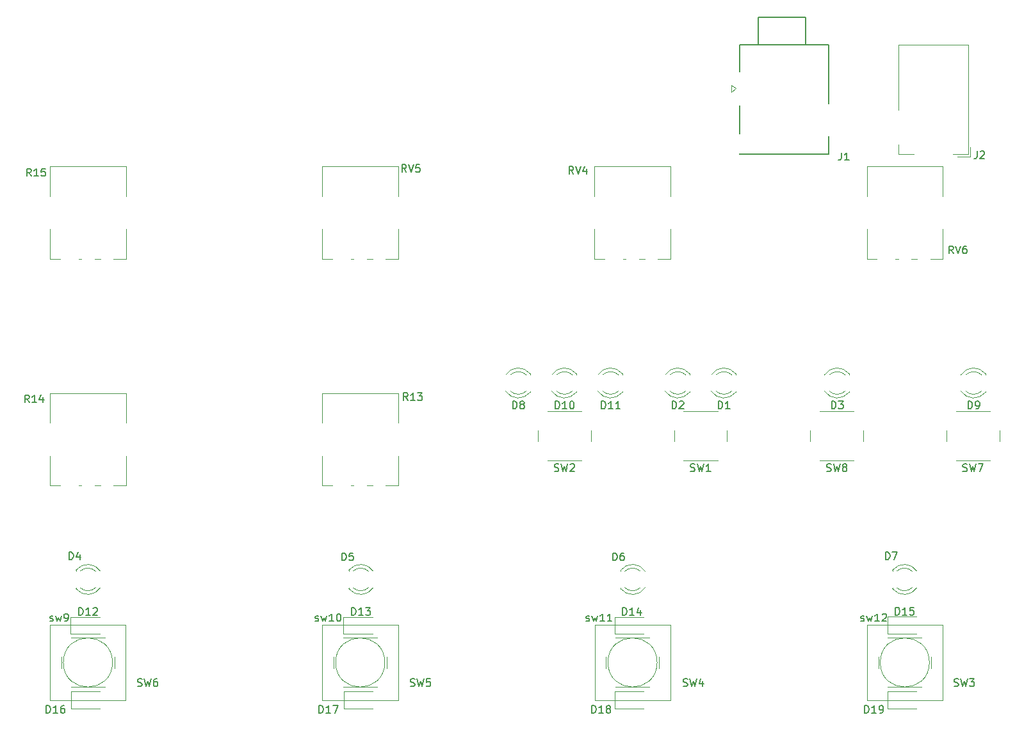
<source format=gbr>
%TF.GenerationSoftware,KiCad,Pcbnew,8.0.5*%
%TF.CreationDate,2024-11-14T08:46:23+01:00*%
%TF.ProjectId,VCO_RPIpico,56434f5f-5250-4497-9069-636f2e6b6963,0*%
%TF.SameCoordinates,Original*%
%TF.FileFunction,Legend,Top*%
%TF.FilePolarity,Positive*%
%FSLAX46Y46*%
G04 Gerber Fmt 4.6, Leading zero omitted, Abs format (unit mm)*
G04 Created by KiCad (PCBNEW 8.0.5) date 2024-11-14 08:46:23*
%MOMM*%
%LPD*%
G01*
G04 APERTURE LIST*
%ADD10C,0.150000*%
%ADD11C,0.120000*%
G04 APERTURE END LIST*
D10*
X126383905Y-110502819D02*
X126383905Y-109502819D01*
X126383905Y-109502819D02*
X126622000Y-109502819D01*
X126622000Y-109502819D02*
X126764857Y-109550438D01*
X126764857Y-109550438D02*
X126860095Y-109645676D01*
X126860095Y-109645676D02*
X126907714Y-109740914D01*
X126907714Y-109740914D02*
X126955333Y-109931390D01*
X126955333Y-109931390D02*
X126955333Y-110074247D01*
X126955333Y-110074247D02*
X126907714Y-110264723D01*
X126907714Y-110264723D02*
X126860095Y-110359961D01*
X126860095Y-110359961D02*
X126764857Y-110455200D01*
X126764857Y-110455200D02*
X126622000Y-110502819D01*
X126622000Y-110502819D02*
X126383905Y-110502819D01*
X127812476Y-109502819D02*
X127622000Y-109502819D01*
X127622000Y-109502819D02*
X127526762Y-109550438D01*
X127526762Y-109550438D02*
X127479143Y-109598057D01*
X127479143Y-109598057D02*
X127383905Y-109740914D01*
X127383905Y-109740914D02*
X127336286Y-109931390D01*
X127336286Y-109931390D02*
X127336286Y-110312342D01*
X127336286Y-110312342D02*
X127383905Y-110407580D01*
X127383905Y-110407580D02*
X127431524Y-110455200D01*
X127431524Y-110455200D02*
X127526762Y-110502819D01*
X127526762Y-110502819D02*
X127717238Y-110502819D01*
X127717238Y-110502819D02*
X127812476Y-110455200D01*
X127812476Y-110455200D02*
X127860095Y-110407580D01*
X127860095Y-110407580D02*
X127907714Y-110312342D01*
X127907714Y-110312342D02*
X127907714Y-110074247D01*
X127907714Y-110074247D02*
X127860095Y-109979009D01*
X127860095Y-109979009D02*
X127812476Y-109931390D01*
X127812476Y-109931390D02*
X127717238Y-109883771D01*
X127717238Y-109883771D02*
X127526762Y-109883771D01*
X127526762Y-109883771D02*
X127431524Y-109931390D01*
X127431524Y-109931390D02*
X127383905Y-109979009D01*
X127383905Y-109979009D02*
X127336286Y-110074247D01*
X123621714Y-130692819D02*
X123621714Y-129692819D01*
X123621714Y-129692819D02*
X123859809Y-129692819D01*
X123859809Y-129692819D02*
X124002666Y-129740438D01*
X124002666Y-129740438D02*
X124097904Y-129835676D01*
X124097904Y-129835676D02*
X124145523Y-129930914D01*
X124145523Y-129930914D02*
X124193142Y-130121390D01*
X124193142Y-130121390D02*
X124193142Y-130264247D01*
X124193142Y-130264247D02*
X124145523Y-130454723D01*
X124145523Y-130454723D02*
X124097904Y-130549961D01*
X124097904Y-130549961D02*
X124002666Y-130645200D01*
X124002666Y-130645200D02*
X123859809Y-130692819D01*
X123859809Y-130692819D02*
X123621714Y-130692819D01*
X125145523Y-130692819D02*
X124574095Y-130692819D01*
X124859809Y-130692819D02*
X124859809Y-129692819D01*
X124859809Y-129692819D02*
X124764571Y-129835676D01*
X124764571Y-129835676D02*
X124669333Y-129930914D01*
X124669333Y-129930914D02*
X124574095Y-129978533D01*
X125716952Y-130121390D02*
X125621714Y-130073771D01*
X125621714Y-130073771D02*
X125574095Y-130026152D01*
X125574095Y-130026152D02*
X125526476Y-129930914D01*
X125526476Y-129930914D02*
X125526476Y-129883295D01*
X125526476Y-129883295D02*
X125574095Y-129788057D01*
X125574095Y-129788057D02*
X125621714Y-129740438D01*
X125621714Y-129740438D02*
X125716952Y-129692819D01*
X125716952Y-129692819D02*
X125907428Y-129692819D01*
X125907428Y-129692819D02*
X126002666Y-129740438D01*
X126002666Y-129740438D02*
X126050285Y-129788057D01*
X126050285Y-129788057D02*
X126097904Y-129883295D01*
X126097904Y-129883295D02*
X126097904Y-129930914D01*
X126097904Y-129930914D02*
X126050285Y-130026152D01*
X126050285Y-130026152D02*
X126002666Y-130073771D01*
X126002666Y-130073771D02*
X125907428Y-130121390D01*
X125907428Y-130121390D02*
X125716952Y-130121390D01*
X125716952Y-130121390D02*
X125621714Y-130169009D01*
X125621714Y-130169009D02*
X125574095Y-130216628D01*
X125574095Y-130216628D02*
X125526476Y-130311866D01*
X125526476Y-130311866D02*
X125526476Y-130502342D01*
X125526476Y-130502342D02*
X125574095Y-130597580D01*
X125574095Y-130597580D02*
X125621714Y-130645200D01*
X125621714Y-130645200D02*
X125716952Y-130692819D01*
X125716952Y-130692819D02*
X125907428Y-130692819D01*
X125907428Y-130692819D02*
X126002666Y-130645200D01*
X126002666Y-130645200D02*
X126050285Y-130597580D01*
X126050285Y-130597580D02*
X126097904Y-130502342D01*
X126097904Y-130502342D02*
X126097904Y-130311866D01*
X126097904Y-130311866D02*
X126050285Y-130216628D01*
X126050285Y-130216628D02*
X126002666Y-130169009D01*
X126002666Y-130169009D02*
X125907428Y-130121390D01*
X49247142Y-89586819D02*
X48913809Y-89110628D01*
X48675714Y-89586819D02*
X48675714Y-88586819D01*
X48675714Y-88586819D02*
X49056666Y-88586819D01*
X49056666Y-88586819D02*
X49151904Y-88634438D01*
X49151904Y-88634438D02*
X49199523Y-88682057D01*
X49199523Y-88682057D02*
X49247142Y-88777295D01*
X49247142Y-88777295D02*
X49247142Y-88920152D01*
X49247142Y-88920152D02*
X49199523Y-89015390D01*
X49199523Y-89015390D02*
X49151904Y-89063009D01*
X49151904Y-89063009D02*
X49056666Y-89110628D01*
X49056666Y-89110628D02*
X48675714Y-89110628D01*
X50199523Y-89586819D02*
X49628095Y-89586819D01*
X49913809Y-89586819D02*
X49913809Y-88586819D01*
X49913809Y-88586819D02*
X49818571Y-88729676D01*
X49818571Y-88729676D02*
X49723333Y-88824914D01*
X49723333Y-88824914D02*
X49628095Y-88872533D01*
X51056666Y-88920152D02*
X51056666Y-89586819D01*
X50818571Y-88539200D02*
X50580476Y-89253485D01*
X50580476Y-89253485D02*
X51199523Y-89253485D01*
X135694667Y-127105200D02*
X135837524Y-127152819D01*
X135837524Y-127152819D02*
X136075619Y-127152819D01*
X136075619Y-127152819D02*
X136170857Y-127105200D01*
X136170857Y-127105200D02*
X136218476Y-127057580D01*
X136218476Y-127057580D02*
X136266095Y-126962342D01*
X136266095Y-126962342D02*
X136266095Y-126867104D01*
X136266095Y-126867104D02*
X136218476Y-126771866D01*
X136218476Y-126771866D02*
X136170857Y-126724247D01*
X136170857Y-126724247D02*
X136075619Y-126676628D01*
X136075619Y-126676628D02*
X135885143Y-126629009D01*
X135885143Y-126629009D02*
X135789905Y-126581390D01*
X135789905Y-126581390D02*
X135742286Y-126533771D01*
X135742286Y-126533771D02*
X135694667Y-126438533D01*
X135694667Y-126438533D02*
X135694667Y-126343295D01*
X135694667Y-126343295D02*
X135742286Y-126248057D01*
X135742286Y-126248057D02*
X135789905Y-126200438D01*
X135789905Y-126200438D02*
X135885143Y-126152819D01*
X135885143Y-126152819D02*
X136123238Y-126152819D01*
X136123238Y-126152819D02*
X136266095Y-126200438D01*
X136599429Y-126152819D02*
X136837524Y-127152819D01*
X136837524Y-127152819D02*
X137028000Y-126438533D01*
X137028000Y-126438533D02*
X137218476Y-127152819D01*
X137218476Y-127152819D02*
X137456572Y-126152819D01*
X138266095Y-126486152D02*
X138266095Y-127152819D01*
X138028000Y-126105200D02*
X137789905Y-126819485D01*
X137789905Y-126819485D02*
X138408952Y-126819485D01*
X63558667Y-127105200D02*
X63701524Y-127152819D01*
X63701524Y-127152819D02*
X63939619Y-127152819D01*
X63939619Y-127152819D02*
X64034857Y-127105200D01*
X64034857Y-127105200D02*
X64082476Y-127057580D01*
X64082476Y-127057580D02*
X64130095Y-126962342D01*
X64130095Y-126962342D02*
X64130095Y-126867104D01*
X64130095Y-126867104D02*
X64082476Y-126771866D01*
X64082476Y-126771866D02*
X64034857Y-126724247D01*
X64034857Y-126724247D02*
X63939619Y-126676628D01*
X63939619Y-126676628D02*
X63749143Y-126629009D01*
X63749143Y-126629009D02*
X63653905Y-126581390D01*
X63653905Y-126581390D02*
X63606286Y-126533771D01*
X63606286Y-126533771D02*
X63558667Y-126438533D01*
X63558667Y-126438533D02*
X63558667Y-126343295D01*
X63558667Y-126343295D02*
X63606286Y-126248057D01*
X63606286Y-126248057D02*
X63653905Y-126200438D01*
X63653905Y-126200438D02*
X63749143Y-126152819D01*
X63749143Y-126152819D02*
X63987238Y-126152819D01*
X63987238Y-126152819D02*
X64130095Y-126200438D01*
X64463429Y-126152819D02*
X64701524Y-127152819D01*
X64701524Y-127152819D02*
X64892000Y-126438533D01*
X64892000Y-126438533D02*
X65082476Y-127152819D01*
X65082476Y-127152819D02*
X65320572Y-126152819D01*
X66130095Y-126152819D02*
X65939619Y-126152819D01*
X65939619Y-126152819D02*
X65844381Y-126200438D01*
X65844381Y-126200438D02*
X65796762Y-126248057D01*
X65796762Y-126248057D02*
X65701524Y-126390914D01*
X65701524Y-126390914D02*
X65653905Y-126581390D01*
X65653905Y-126581390D02*
X65653905Y-126962342D01*
X65653905Y-126962342D02*
X65701524Y-127057580D01*
X65701524Y-127057580D02*
X65749143Y-127105200D01*
X65749143Y-127105200D02*
X65844381Y-127152819D01*
X65844381Y-127152819D02*
X66034857Y-127152819D01*
X66034857Y-127152819D02*
X66130095Y-127105200D01*
X66130095Y-127105200D02*
X66177714Y-127057580D01*
X66177714Y-127057580D02*
X66225333Y-126962342D01*
X66225333Y-126962342D02*
X66225333Y-126724247D01*
X66225333Y-126724247D02*
X66177714Y-126629009D01*
X66177714Y-126629009D02*
X66130095Y-126581390D01*
X66130095Y-126581390D02*
X66034857Y-126533771D01*
X66034857Y-126533771D02*
X65844381Y-126533771D01*
X65844381Y-126533771D02*
X65749143Y-126581390D01*
X65749143Y-126581390D02*
X65701524Y-126629009D01*
X65701524Y-126629009D02*
X65653905Y-126724247D01*
X87553714Y-130692819D02*
X87553714Y-129692819D01*
X87553714Y-129692819D02*
X87791809Y-129692819D01*
X87791809Y-129692819D02*
X87934666Y-129740438D01*
X87934666Y-129740438D02*
X88029904Y-129835676D01*
X88029904Y-129835676D02*
X88077523Y-129930914D01*
X88077523Y-129930914D02*
X88125142Y-130121390D01*
X88125142Y-130121390D02*
X88125142Y-130264247D01*
X88125142Y-130264247D02*
X88077523Y-130454723D01*
X88077523Y-130454723D02*
X88029904Y-130549961D01*
X88029904Y-130549961D02*
X87934666Y-130645200D01*
X87934666Y-130645200D02*
X87791809Y-130692819D01*
X87791809Y-130692819D02*
X87553714Y-130692819D01*
X89077523Y-130692819D02*
X88506095Y-130692819D01*
X88791809Y-130692819D02*
X88791809Y-129692819D01*
X88791809Y-129692819D02*
X88696571Y-129835676D01*
X88696571Y-129835676D02*
X88601333Y-129930914D01*
X88601333Y-129930914D02*
X88506095Y-129978533D01*
X89410857Y-129692819D02*
X90077523Y-129692819D01*
X90077523Y-129692819D02*
X89648952Y-130692819D01*
X118784714Y-90414819D02*
X118784714Y-89414819D01*
X118784714Y-89414819D02*
X119022809Y-89414819D01*
X119022809Y-89414819D02*
X119165666Y-89462438D01*
X119165666Y-89462438D02*
X119260904Y-89557676D01*
X119260904Y-89557676D02*
X119308523Y-89652914D01*
X119308523Y-89652914D02*
X119356142Y-89843390D01*
X119356142Y-89843390D02*
X119356142Y-89986247D01*
X119356142Y-89986247D02*
X119308523Y-90176723D01*
X119308523Y-90176723D02*
X119260904Y-90271961D01*
X119260904Y-90271961D02*
X119165666Y-90367200D01*
X119165666Y-90367200D02*
X119022809Y-90414819D01*
X119022809Y-90414819D02*
X118784714Y-90414819D01*
X120308523Y-90414819D02*
X119737095Y-90414819D01*
X120022809Y-90414819D02*
X120022809Y-89414819D01*
X120022809Y-89414819D02*
X119927571Y-89557676D01*
X119927571Y-89557676D02*
X119832333Y-89652914D01*
X119832333Y-89652914D02*
X119737095Y-89700533D01*
X120927571Y-89414819D02*
X121022809Y-89414819D01*
X121022809Y-89414819D02*
X121118047Y-89462438D01*
X121118047Y-89462438D02*
X121165666Y-89510057D01*
X121165666Y-89510057D02*
X121213285Y-89605295D01*
X121213285Y-89605295D02*
X121260904Y-89795771D01*
X121260904Y-89795771D02*
X121260904Y-90033866D01*
X121260904Y-90033866D02*
X121213285Y-90224342D01*
X121213285Y-90224342D02*
X121165666Y-90319580D01*
X121165666Y-90319580D02*
X121118047Y-90367200D01*
X121118047Y-90367200D02*
X121022809Y-90414819D01*
X121022809Y-90414819D02*
X120927571Y-90414819D01*
X120927571Y-90414819D02*
X120832333Y-90367200D01*
X120832333Y-90367200D02*
X120784714Y-90319580D01*
X120784714Y-90319580D02*
X120737095Y-90224342D01*
X120737095Y-90224342D02*
X120689476Y-90033866D01*
X120689476Y-90033866D02*
X120689476Y-89795771D01*
X120689476Y-89795771D02*
X120737095Y-89605295D01*
X120737095Y-89605295D02*
X120784714Y-89510057D01*
X120784714Y-89510057D02*
X120832333Y-89462438D01*
X120832333Y-89462438D02*
X120927571Y-89414819D01*
X127685714Y-117738819D02*
X127685714Y-116738819D01*
X127685714Y-116738819D02*
X127923809Y-116738819D01*
X127923809Y-116738819D02*
X128066666Y-116786438D01*
X128066666Y-116786438D02*
X128161904Y-116881676D01*
X128161904Y-116881676D02*
X128209523Y-116976914D01*
X128209523Y-116976914D02*
X128257142Y-117167390D01*
X128257142Y-117167390D02*
X128257142Y-117310247D01*
X128257142Y-117310247D02*
X128209523Y-117500723D01*
X128209523Y-117500723D02*
X128161904Y-117595961D01*
X128161904Y-117595961D02*
X128066666Y-117691200D01*
X128066666Y-117691200D02*
X127923809Y-117738819D01*
X127923809Y-117738819D02*
X127685714Y-117738819D01*
X129209523Y-117738819D02*
X128638095Y-117738819D01*
X128923809Y-117738819D02*
X128923809Y-116738819D01*
X128923809Y-116738819D02*
X128828571Y-116881676D01*
X128828571Y-116881676D02*
X128733333Y-116976914D01*
X128733333Y-116976914D02*
X128638095Y-117024533D01*
X130066666Y-117072152D02*
X130066666Y-117738819D01*
X129828571Y-116691200D02*
X129590476Y-117405485D01*
X129590476Y-117405485D02*
X130209523Y-117405485D01*
X162451905Y-110388819D02*
X162451905Y-109388819D01*
X162451905Y-109388819D02*
X162690000Y-109388819D01*
X162690000Y-109388819D02*
X162832857Y-109436438D01*
X162832857Y-109436438D02*
X162928095Y-109531676D01*
X162928095Y-109531676D02*
X162975714Y-109626914D01*
X162975714Y-109626914D02*
X163023333Y-109817390D01*
X163023333Y-109817390D02*
X163023333Y-109960247D01*
X163023333Y-109960247D02*
X162975714Y-110150723D01*
X162975714Y-110150723D02*
X162928095Y-110245961D01*
X162928095Y-110245961D02*
X162832857Y-110341200D01*
X162832857Y-110341200D02*
X162690000Y-110388819D01*
X162690000Y-110388819D02*
X162451905Y-110388819D01*
X163356667Y-109388819D02*
X164023333Y-109388819D01*
X164023333Y-109388819D02*
X163594762Y-110388819D01*
X140342905Y-90414819D02*
X140342905Y-89414819D01*
X140342905Y-89414819D02*
X140581000Y-89414819D01*
X140581000Y-89414819D02*
X140723857Y-89462438D01*
X140723857Y-89462438D02*
X140819095Y-89557676D01*
X140819095Y-89557676D02*
X140866714Y-89652914D01*
X140866714Y-89652914D02*
X140914333Y-89843390D01*
X140914333Y-89843390D02*
X140914333Y-89986247D01*
X140914333Y-89986247D02*
X140866714Y-90176723D01*
X140866714Y-90176723D02*
X140819095Y-90271961D01*
X140819095Y-90271961D02*
X140723857Y-90367200D01*
X140723857Y-90367200D02*
X140581000Y-90414819D01*
X140581000Y-90414819D02*
X140342905Y-90414819D01*
X141866714Y-90414819D02*
X141295286Y-90414819D01*
X141581000Y-90414819D02*
X141581000Y-89414819D01*
X141581000Y-89414819D02*
X141485762Y-89557676D01*
X141485762Y-89557676D02*
X141390524Y-89652914D01*
X141390524Y-89652914D02*
X141295286Y-89700533D01*
X91855714Y-117738819D02*
X91855714Y-116738819D01*
X91855714Y-116738819D02*
X92093809Y-116738819D01*
X92093809Y-116738819D02*
X92236666Y-116786438D01*
X92236666Y-116786438D02*
X92331904Y-116881676D01*
X92331904Y-116881676D02*
X92379523Y-116976914D01*
X92379523Y-116976914D02*
X92427142Y-117167390D01*
X92427142Y-117167390D02*
X92427142Y-117310247D01*
X92427142Y-117310247D02*
X92379523Y-117500723D01*
X92379523Y-117500723D02*
X92331904Y-117595961D01*
X92331904Y-117595961D02*
X92236666Y-117691200D01*
X92236666Y-117691200D02*
X92093809Y-117738819D01*
X92093809Y-117738819D02*
X91855714Y-117738819D01*
X93379523Y-117738819D02*
X92808095Y-117738819D01*
X93093809Y-117738819D02*
X93093809Y-116738819D01*
X93093809Y-116738819D02*
X92998571Y-116881676D01*
X92998571Y-116881676D02*
X92903333Y-116976914D01*
X92903333Y-116976914D02*
X92808095Y-117024533D01*
X93712857Y-116738819D02*
X94331904Y-116738819D01*
X94331904Y-116738819D02*
X93998571Y-117119771D01*
X93998571Y-117119771D02*
X94141428Y-117119771D01*
X94141428Y-117119771D02*
X94236666Y-117167390D01*
X94236666Y-117167390D02*
X94284285Y-117215009D01*
X94284285Y-117215009D02*
X94331904Y-117310247D01*
X94331904Y-117310247D02*
X94331904Y-117548342D01*
X94331904Y-117548342D02*
X94284285Y-117643580D01*
X94284285Y-117643580D02*
X94236666Y-117691200D01*
X94236666Y-117691200D02*
X94141428Y-117738819D01*
X94141428Y-117738819D02*
X93855714Y-117738819D01*
X93855714Y-117738819D02*
X93760476Y-117691200D01*
X93760476Y-117691200D02*
X93712857Y-117643580D01*
X51977714Y-118495200D02*
X52072952Y-118542819D01*
X52072952Y-118542819D02*
X52263428Y-118542819D01*
X52263428Y-118542819D02*
X52358666Y-118495200D01*
X52358666Y-118495200D02*
X52406285Y-118399961D01*
X52406285Y-118399961D02*
X52406285Y-118352342D01*
X52406285Y-118352342D02*
X52358666Y-118257104D01*
X52358666Y-118257104D02*
X52263428Y-118209485D01*
X52263428Y-118209485D02*
X52120571Y-118209485D01*
X52120571Y-118209485D02*
X52025333Y-118161866D01*
X52025333Y-118161866D02*
X51977714Y-118066628D01*
X51977714Y-118066628D02*
X51977714Y-118019009D01*
X51977714Y-118019009D02*
X52025333Y-117923771D01*
X52025333Y-117923771D02*
X52120571Y-117876152D01*
X52120571Y-117876152D02*
X52263428Y-117876152D01*
X52263428Y-117876152D02*
X52358666Y-117923771D01*
X52739619Y-117876152D02*
X52930095Y-118542819D01*
X52930095Y-118542819D02*
X53120571Y-118066628D01*
X53120571Y-118066628D02*
X53311047Y-118542819D01*
X53311047Y-118542819D02*
X53501523Y-117876152D01*
X53930095Y-118542819D02*
X54120571Y-118542819D01*
X54120571Y-118542819D02*
X54215809Y-118495200D01*
X54215809Y-118495200D02*
X54263428Y-118447580D01*
X54263428Y-118447580D02*
X54358666Y-118304723D01*
X54358666Y-118304723D02*
X54406285Y-118114247D01*
X54406285Y-118114247D02*
X54406285Y-117733295D01*
X54406285Y-117733295D02*
X54358666Y-117638057D01*
X54358666Y-117638057D02*
X54311047Y-117590438D01*
X54311047Y-117590438D02*
X54215809Y-117542819D01*
X54215809Y-117542819D02*
X54025333Y-117542819D01*
X54025333Y-117542819D02*
X53930095Y-117590438D01*
X53930095Y-117590438D02*
X53882476Y-117638057D01*
X53882476Y-117638057D02*
X53834857Y-117733295D01*
X53834857Y-117733295D02*
X53834857Y-117971390D01*
X53834857Y-117971390D02*
X53882476Y-118066628D01*
X53882476Y-118066628D02*
X53930095Y-118114247D01*
X53930095Y-118114247D02*
X54025333Y-118161866D01*
X54025333Y-118161866D02*
X54215809Y-118161866D01*
X54215809Y-118161866D02*
X54311047Y-118114247D01*
X54311047Y-118114247D02*
X54358666Y-118066628D01*
X54358666Y-118066628D02*
X54406285Y-117971390D01*
X124880714Y-90414819D02*
X124880714Y-89414819D01*
X124880714Y-89414819D02*
X125118809Y-89414819D01*
X125118809Y-89414819D02*
X125261666Y-89462438D01*
X125261666Y-89462438D02*
X125356904Y-89557676D01*
X125356904Y-89557676D02*
X125404523Y-89652914D01*
X125404523Y-89652914D02*
X125452142Y-89843390D01*
X125452142Y-89843390D02*
X125452142Y-89986247D01*
X125452142Y-89986247D02*
X125404523Y-90176723D01*
X125404523Y-90176723D02*
X125356904Y-90271961D01*
X125356904Y-90271961D02*
X125261666Y-90367200D01*
X125261666Y-90367200D02*
X125118809Y-90414819D01*
X125118809Y-90414819D02*
X124880714Y-90414819D01*
X126404523Y-90414819D02*
X125833095Y-90414819D01*
X126118809Y-90414819D02*
X126118809Y-89414819D01*
X126118809Y-89414819D02*
X126023571Y-89557676D01*
X126023571Y-89557676D02*
X125928333Y-89652914D01*
X125928333Y-89652914D02*
X125833095Y-89700533D01*
X127356904Y-90414819D02*
X126785476Y-90414819D01*
X127071190Y-90414819D02*
X127071190Y-89414819D01*
X127071190Y-89414819D02*
X126975952Y-89557676D01*
X126975952Y-89557676D02*
X126880714Y-89652914D01*
X126880714Y-89652914D02*
X126785476Y-89700533D01*
X99094761Y-59080819D02*
X98761428Y-58604628D01*
X98523333Y-59080819D02*
X98523333Y-58080819D01*
X98523333Y-58080819D02*
X98904285Y-58080819D01*
X98904285Y-58080819D02*
X98999523Y-58128438D01*
X98999523Y-58128438D02*
X99047142Y-58176057D01*
X99047142Y-58176057D02*
X99094761Y-58271295D01*
X99094761Y-58271295D02*
X99094761Y-58414152D01*
X99094761Y-58414152D02*
X99047142Y-58509390D01*
X99047142Y-58509390D02*
X98999523Y-58557009D01*
X98999523Y-58557009D02*
X98904285Y-58604628D01*
X98904285Y-58604628D02*
X98523333Y-58604628D01*
X99380476Y-58080819D02*
X99713809Y-59080819D01*
X99713809Y-59080819D02*
X100047142Y-58080819D01*
X100856666Y-58080819D02*
X100380476Y-58080819D01*
X100380476Y-58080819D02*
X100332857Y-58557009D01*
X100332857Y-58557009D02*
X100380476Y-58509390D01*
X100380476Y-58509390D02*
X100475714Y-58461771D01*
X100475714Y-58461771D02*
X100713809Y-58461771D01*
X100713809Y-58461771D02*
X100809047Y-58509390D01*
X100809047Y-58509390D02*
X100856666Y-58557009D01*
X100856666Y-58557009D02*
X100904285Y-58652247D01*
X100904285Y-58652247D02*
X100904285Y-58890342D01*
X100904285Y-58890342D02*
X100856666Y-58985580D01*
X100856666Y-58985580D02*
X100809047Y-59033200D01*
X100809047Y-59033200D02*
X100713809Y-59080819D01*
X100713809Y-59080819D02*
X100475714Y-59080819D01*
X100475714Y-59080819D02*
X100380476Y-59033200D01*
X100380476Y-59033200D02*
X100332857Y-58985580D01*
X87061524Y-118495200D02*
X87156762Y-118542819D01*
X87156762Y-118542819D02*
X87347238Y-118542819D01*
X87347238Y-118542819D02*
X87442476Y-118495200D01*
X87442476Y-118495200D02*
X87490095Y-118399961D01*
X87490095Y-118399961D02*
X87490095Y-118352342D01*
X87490095Y-118352342D02*
X87442476Y-118257104D01*
X87442476Y-118257104D02*
X87347238Y-118209485D01*
X87347238Y-118209485D02*
X87204381Y-118209485D01*
X87204381Y-118209485D02*
X87109143Y-118161866D01*
X87109143Y-118161866D02*
X87061524Y-118066628D01*
X87061524Y-118066628D02*
X87061524Y-118019009D01*
X87061524Y-118019009D02*
X87109143Y-117923771D01*
X87109143Y-117923771D02*
X87204381Y-117876152D01*
X87204381Y-117876152D02*
X87347238Y-117876152D01*
X87347238Y-117876152D02*
X87442476Y-117923771D01*
X87823429Y-117876152D02*
X88013905Y-118542819D01*
X88013905Y-118542819D02*
X88204381Y-118066628D01*
X88204381Y-118066628D02*
X88394857Y-118542819D01*
X88394857Y-118542819D02*
X88585333Y-117876152D01*
X89490095Y-118542819D02*
X88918667Y-118542819D01*
X89204381Y-118542819D02*
X89204381Y-117542819D01*
X89204381Y-117542819D02*
X89109143Y-117685676D01*
X89109143Y-117685676D02*
X89013905Y-117780914D01*
X89013905Y-117780914D02*
X88918667Y-117828533D01*
X90109143Y-117542819D02*
X90204381Y-117542819D01*
X90204381Y-117542819D02*
X90299619Y-117590438D01*
X90299619Y-117590438D02*
X90347238Y-117638057D01*
X90347238Y-117638057D02*
X90394857Y-117733295D01*
X90394857Y-117733295D02*
X90442476Y-117923771D01*
X90442476Y-117923771D02*
X90442476Y-118161866D01*
X90442476Y-118161866D02*
X90394857Y-118352342D01*
X90394857Y-118352342D02*
X90347238Y-118447580D01*
X90347238Y-118447580D02*
X90299619Y-118495200D01*
X90299619Y-118495200D02*
X90204381Y-118542819D01*
X90204381Y-118542819D02*
X90109143Y-118542819D01*
X90109143Y-118542819D02*
X90013905Y-118495200D01*
X90013905Y-118495200D02*
X89966286Y-118447580D01*
X89966286Y-118447580D02*
X89918667Y-118352342D01*
X89918667Y-118352342D02*
X89871048Y-118161866D01*
X89871048Y-118161866D02*
X89871048Y-117923771D01*
X89871048Y-117923771D02*
X89918667Y-117733295D01*
X89918667Y-117733295D02*
X89966286Y-117638057D01*
X89966286Y-117638057D02*
X90013905Y-117590438D01*
X90013905Y-117590438D02*
X90109143Y-117542819D01*
X159197524Y-118495200D02*
X159292762Y-118542819D01*
X159292762Y-118542819D02*
X159483238Y-118542819D01*
X159483238Y-118542819D02*
X159578476Y-118495200D01*
X159578476Y-118495200D02*
X159626095Y-118399961D01*
X159626095Y-118399961D02*
X159626095Y-118352342D01*
X159626095Y-118352342D02*
X159578476Y-118257104D01*
X159578476Y-118257104D02*
X159483238Y-118209485D01*
X159483238Y-118209485D02*
X159340381Y-118209485D01*
X159340381Y-118209485D02*
X159245143Y-118161866D01*
X159245143Y-118161866D02*
X159197524Y-118066628D01*
X159197524Y-118066628D02*
X159197524Y-118019009D01*
X159197524Y-118019009D02*
X159245143Y-117923771D01*
X159245143Y-117923771D02*
X159340381Y-117876152D01*
X159340381Y-117876152D02*
X159483238Y-117876152D01*
X159483238Y-117876152D02*
X159578476Y-117923771D01*
X159959429Y-117876152D02*
X160149905Y-118542819D01*
X160149905Y-118542819D02*
X160340381Y-118066628D01*
X160340381Y-118066628D02*
X160530857Y-118542819D01*
X160530857Y-118542819D02*
X160721333Y-117876152D01*
X161626095Y-118542819D02*
X161054667Y-118542819D01*
X161340381Y-118542819D02*
X161340381Y-117542819D01*
X161340381Y-117542819D02*
X161245143Y-117685676D01*
X161245143Y-117685676D02*
X161149905Y-117780914D01*
X161149905Y-117780914D02*
X161054667Y-117828533D01*
X162007048Y-117638057D02*
X162054667Y-117590438D01*
X162054667Y-117590438D02*
X162149905Y-117542819D01*
X162149905Y-117542819D02*
X162388000Y-117542819D01*
X162388000Y-117542819D02*
X162483238Y-117590438D01*
X162483238Y-117590438D02*
X162530857Y-117638057D01*
X162530857Y-117638057D02*
X162578476Y-117733295D01*
X162578476Y-117733295D02*
X162578476Y-117828533D01*
X162578476Y-117828533D02*
X162530857Y-117971390D01*
X162530857Y-117971390D02*
X161959429Y-118542819D01*
X161959429Y-118542819D02*
X162578476Y-118542819D01*
X121192761Y-59334819D02*
X120859428Y-58858628D01*
X120621333Y-59334819D02*
X120621333Y-58334819D01*
X120621333Y-58334819D02*
X121002285Y-58334819D01*
X121002285Y-58334819D02*
X121097523Y-58382438D01*
X121097523Y-58382438D02*
X121145142Y-58430057D01*
X121145142Y-58430057D02*
X121192761Y-58525295D01*
X121192761Y-58525295D02*
X121192761Y-58668152D01*
X121192761Y-58668152D02*
X121145142Y-58763390D01*
X121145142Y-58763390D02*
X121097523Y-58811009D01*
X121097523Y-58811009D02*
X121002285Y-58858628D01*
X121002285Y-58858628D02*
X120621333Y-58858628D01*
X121478476Y-58334819D02*
X121811809Y-59334819D01*
X121811809Y-59334819D02*
X122145142Y-58334819D01*
X122907047Y-58668152D02*
X122907047Y-59334819D01*
X122668952Y-58287200D02*
X122430857Y-59001485D01*
X122430857Y-59001485D02*
X123049904Y-59001485D01*
X122875524Y-118495200D02*
X122970762Y-118542819D01*
X122970762Y-118542819D02*
X123161238Y-118542819D01*
X123161238Y-118542819D02*
X123256476Y-118495200D01*
X123256476Y-118495200D02*
X123304095Y-118399961D01*
X123304095Y-118399961D02*
X123304095Y-118352342D01*
X123304095Y-118352342D02*
X123256476Y-118257104D01*
X123256476Y-118257104D02*
X123161238Y-118209485D01*
X123161238Y-118209485D02*
X123018381Y-118209485D01*
X123018381Y-118209485D02*
X122923143Y-118161866D01*
X122923143Y-118161866D02*
X122875524Y-118066628D01*
X122875524Y-118066628D02*
X122875524Y-118019009D01*
X122875524Y-118019009D02*
X122923143Y-117923771D01*
X122923143Y-117923771D02*
X123018381Y-117876152D01*
X123018381Y-117876152D02*
X123161238Y-117876152D01*
X123161238Y-117876152D02*
X123256476Y-117923771D01*
X123637429Y-117876152D02*
X123827905Y-118542819D01*
X123827905Y-118542819D02*
X124018381Y-118066628D01*
X124018381Y-118066628D02*
X124208857Y-118542819D01*
X124208857Y-118542819D02*
X124399333Y-117876152D01*
X125304095Y-118542819D02*
X124732667Y-118542819D01*
X125018381Y-118542819D02*
X125018381Y-117542819D01*
X125018381Y-117542819D02*
X124923143Y-117685676D01*
X124923143Y-117685676D02*
X124827905Y-117780914D01*
X124827905Y-117780914D02*
X124732667Y-117828533D01*
X126256476Y-118542819D02*
X125685048Y-118542819D01*
X125970762Y-118542819D02*
X125970762Y-117542819D01*
X125970762Y-117542819D02*
X125875524Y-117685676D01*
X125875524Y-117685676D02*
X125780286Y-117780914D01*
X125780286Y-117780914D02*
X125685048Y-117828533D01*
X156616166Y-56500819D02*
X156616166Y-57215104D01*
X156616166Y-57215104D02*
X156568547Y-57357961D01*
X156568547Y-57357961D02*
X156473309Y-57453200D01*
X156473309Y-57453200D02*
X156330452Y-57500819D01*
X156330452Y-57500819D02*
X156235214Y-57500819D01*
X157616166Y-57500819D02*
X157044738Y-57500819D01*
X157330452Y-57500819D02*
X157330452Y-56500819D01*
X157330452Y-56500819D02*
X157235214Y-56643676D01*
X157235214Y-56643676D02*
X157139976Y-56738914D01*
X157139976Y-56738914D02*
X157044738Y-56786533D01*
X113164905Y-90414819D02*
X113164905Y-89414819D01*
X113164905Y-89414819D02*
X113403000Y-89414819D01*
X113403000Y-89414819D02*
X113545857Y-89462438D01*
X113545857Y-89462438D02*
X113641095Y-89557676D01*
X113641095Y-89557676D02*
X113688714Y-89652914D01*
X113688714Y-89652914D02*
X113736333Y-89843390D01*
X113736333Y-89843390D02*
X113736333Y-89986247D01*
X113736333Y-89986247D02*
X113688714Y-90176723D01*
X113688714Y-90176723D02*
X113641095Y-90271961D01*
X113641095Y-90271961D02*
X113545857Y-90367200D01*
X113545857Y-90367200D02*
X113403000Y-90414819D01*
X113403000Y-90414819D02*
X113164905Y-90414819D01*
X114307762Y-89843390D02*
X114212524Y-89795771D01*
X114212524Y-89795771D02*
X114164905Y-89748152D01*
X114164905Y-89748152D02*
X114117286Y-89652914D01*
X114117286Y-89652914D02*
X114117286Y-89605295D01*
X114117286Y-89605295D02*
X114164905Y-89510057D01*
X114164905Y-89510057D02*
X114212524Y-89462438D01*
X114212524Y-89462438D02*
X114307762Y-89414819D01*
X114307762Y-89414819D02*
X114498238Y-89414819D01*
X114498238Y-89414819D02*
X114593476Y-89462438D01*
X114593476Y-89462438D02*
X114641095Y-89510057D01*
X114641095Y-89510057D02*
X114688714Y-89605295D01*
X114688714Y-89605295D02*
X114688714Y-89652914D01*
X114688714Y-89652914D02*
X114641095Y-89748152D01*
X114641095Y-89748152D02*
X114593476Y-89795771D01*
X114593476Y-89795771D02*
X114498238Y-89843390D01*
X114498238Y-89843390D02*
X114307762Y-89843390D01*
X114307762Y-89843390D02*
X114212524Y-89891009D01*
X114212524Y-89891009D02*
X114164905Y-89938628D01*
X114164905Y-89938628D02*
X114117286Y-90033866D01*
X114117286Y-90033866D02*
X114117286Y-90224342D01*
X114117286Y-90224342D02*
X114164905Y-90319580D01*
X114164905Y-90319580D02*
X114212524Y-90367200D01*
X114212524Y-90367200D02*
X114307762Y-90414819D01*
X114307762Y-90414819D02*
X114498238Y-90414819D01*
X114498238Y-90414819D02*
X114593476Y-90367200D01*
X114593476Y-90367200D02*
X114641095Y-90319580D01*
X114641095Y-90319580D02*
X114688714Y-90224342D01*
X114688714Y-90224342D02*
X114688714Y-90033866D01*
X114688714Y-90033866D02*
X114641095Y-89938628D01*
X114641095Y-89938628D02*
X114593476Y-89891009D01*
X114593476Y-89891009D02*
X114498238Y-89843390D01*
X99301142Y-89306819D02*
X98967809Y-88830628D01*
X98729714Y-89306819D02*
X98729714Y-88306819D01*
X98729714Y-88306819D02*
X99110666Y-88306819D01*
X99110666Y-88306819D02*
X99205904Y-88354438D01*
X99205904Y-88354438D02*
X99253523Y-88402057D01*
X99253523Y-88402057D02*
X99301142Y-88497295D01*
X99301142Y-88497295D02*
X99301142Y-88640152D01*
X99301142Y-88640152D02*
X99253523Y-88735390D01*
X99253523Y-88735390D02*
X99205904Y-88783009D01*
X99205904Y-88783009D02*
X99110666Y-88830628D01*
X99110666Y-88830628D02*
X98729714Y-88830628D01*
X100253523Y-89306819D02*
X99682095Y-89306819D01*
X99967809Y-89306819D02*
X99967809Y-88306819D01*
X99967809Y-88306819D02*
X99872571Y-88449676D01*
X99872571Y-88449676D02*
X99777333Y-88544914D01*
X99777333Y-88544914D02*
X99682095Y-88592533D01*
X100586857Y-88306819D02*
X101205904Y-88306819D01*
X101205904Y-88306819D02*
X100872571Y-88687771D01*
X100872571Y-88687771D02*
X101015428Y-88687771D01*
X101015428Y-88687771D02*
X101110666Y-88735390D01*
X101110666Y-88735390D02*
X101158285Y-88783009D01*
X101158285Y-88783009D02*
X101205904Y-88878247D01*
X101205904Y-88878247D02*
X101205904Y-89116342D01*
X101205904Y-89116342D02*
X101158285Y-89211580D01*
X101158285Y-89211580D02*
X101110666Y-89259200D01*
X101110666Y-89259200D02*
X101015428Y-89306819D01*
X101015428Y-89306819D02*
X100729714Y-89306819D01*
X100729714Y-89306819D02*
X100634476Y-89259200D01*
X100634476Y-89259200D02*
X100586857Y-89211580D01*
X173357905Y-90414819D02*
X173357905Y-89414819D01*
X173357905Y-89414819D02*
X173596000Y-89414819D01*
X173596000Y-89414819D02*
X173738857Y-89462438D01*
X173738857Y-89462438D02*
X173834095Y-89557676D01*
X173834095Y-89557676D02*
X173881714Y-89652914D01*
X173881714Y-89652914D02*
X173929333Y-89843390D01*
X173929333Y-89843390D02*
X173929333Y-89986247D01*
X173929333Y-89986247D02*
X173881714Y-90176723D01*
X173881714Y-90176723D02*
X173834095Y-90271961D01*
X173834095Y-90271961D02*
X173738857Y-90367200D01*
X173738857Y-90367200D02*
X173596000Y-90414819D01*
X173596000Y-90414819D02*
X173357905Y-90414819D01*
X174405524Y-90414819D02*
X174596000Y-90414819D01*
X174596000Y-90414819D02*
X174691238Y-90367200D01*
X174691238Y-90367200D02*
X174738857Y-90319580D01*
X174738857Y-90319580D02*
X174834095Y-90176723D01*
X174834095Y-90176723D02*
X174881714Y-89986247D01*
X174881714Y-89986247D02*
X174881714Y-89605295D01*
X174881714Y-89605295D02*
X174834095Y-89510057D01*
X174834095Y-89510057D02*
X174786476Y-89462438D01*
X174786476Y-89462438D02*
X174691238Y-89414819D01*
X174691238Y-89414819D02*
X174500762Y-89414819D01*
X174500762Y-89414819D02*
X174405524Y-89462438D01*
X174405524Y-89462438D02*
X174357905Y-89510057D01*
X174357905Y-89510057D02*
X174310286Y-89605295D01*
X174310286Y-89605295D02*
X174310286Y-89843390D01*
X174310286Y-89843390D02*
X174357905Y-89938628D01*
X174357905Y-89938628D02*
X174405524Y-89986247D01*
X174405524Y-89986247D02*
X174500762Y-90033866D01*
X174500762Y-90033866D02*
X174691238Y-90033866D01*
X174691238Y-90033866D02*
X174786476Y-89986247D01*
X174786476Y-89986247D02*
X174834095Y-89938628D01*
X174834095Y-89938628D02*
X174881714Y-89843390D01*
X49501142Y-59614819D02*
X49167809Y-59138628D01*
X48929714Y-59614819D02*
X48929714Y-58614819D01*
X48929714Y-58614819D02*
X49310666Y-58614819D01*
X49310666Y-58614819D02*
X49405904Y-58662438D01*
X49405904Y-58662438D02*
X49453523Y-58710057D01*
X49453523Y-58710057D02*
X49501142Y-58805295D01*
X49501142Y-58805295D02*
X49501142Y-58948152D01*
X49501142Y-58948152D02*
X49453523Y-59043390D01*
X49453523Y-59043390D02*
X49405904Y-59091009D01*
X49405904Y-59091009D02*
X49310666Y-59138628D01*
X49310666Y-59138628D02*
X48929714Y-59138628D01*
X50453523Y-59614819D02*
X49882095Y-59614819D01*
X50167809Y-59614819D02*
X50167809Y-58614819D01*
X50167809Y-58614819D02*
X50072571Y-58757676D01*
X50072571Y-58757676D02*
X49977333Y-58852914D01*
X49977333Y-58852914D02*
X49882095Y-58900533D01*
X51358285Y-58614819D02*
X50882095Y-58614819D01*
X50882095Y-58614819D02*
X50834476Y-59091009D01*
X50834476Y-59091009D02*
X50882095Y-59043390D01*
X50882095Y-59043390D02*
X50977333Y-58995771D01*
X50977333Y-58995771D02*
X51215428Y-58995771D01*
X51215428Y-58995771D02*
X51310666Y-59043390D01*
X51310666Y-59043390D02*
X51358285Y-59091009D01*
X51358285Y-59091009D02*
X51405904Y-59186247D01*
X51405904Y-59186247D02*
X51405904Y-59424342D01*
X51405904Y-59424342D02*
X51358285Y-59519580D01*
X51358285Y-59519580D02*
X51310666Y-59567200D01*
X51310666Y-59567200D02*
X51215428Y-59614819D01*
X51215428Y-59614819D02*
X50977333Y-59614819D01*
X50977333Y-59614819D02*
X50882095Y-59567200D01*
X50882095Y-59567200D02*
X50834476Y-59519580D01*
X172666667Y-98657200D02*
X172809524Y-98704819D01*
X172809524Y-98704819D02*
X173047619Y-98704819D01*
X173047619Y-98704819D02*
X173142857Y-98657200D01*
X173142857Y-98657200D02*
X173190476Y-98609580D01*
X173190476Y-98609580D02*
X173238095Y-98514342D01*
X173238095Y-98514342D02*
X173238095Y-98419104D01*
X173238095Y-98419104D02*
X173190476Y-98323866D01*
X173190476Y-98323866D02*
X173142857Y-98276247D01*
X173142857Y-98276247D02*
X173047619Y-98228628D01*
X173047619Y-98228628D02*
X172857143Y-98181009D01*
X172857143Y-98181009D02*
X172761905Y-98133390D01*
X172761905Y-98133390D02*
X172714286Y-98085771D01*
X172714286Y-98085771D02*
X172666667Y-97990533D01*
X172666667Y-97990533D02*
X172666667Y-97895295D01*
X172666667Y-97895295D02*
X172714286Y-97800057D01*
X172714286Y-97800057D02*
X172761905Y-97752438D01*
X172761905Y-97752438D02*
X172857143Y-97704819D01*
X172857143Y-97704819D02*
X173095238Y-97704819D01*
X173095238Y-97704819D02*
X173238095Y-97752438D01*
X173571429Y-97704819D02*
X173809524Y-98704819D01*
X173809524Y-98704819D02*
X174000000Y-97990533D01*
X174000000Y-97990533D02*
X174190476Y-98704819D01*
X174190476Y-98704819D02*
X174428572Y-97704819D01*
X174714286Y-97704819D02*
X175380952Y-97704819D01*
X175380952Y-97704819D02*
X174952381Y-98704819D01*
X171508667Y-127105200D02*
X171651524Y-127152819D01*
X171651524Y-127152819D02*
X171889619Y-127152819D01*
X171889619Y-127152819D02*
X171984857Y-127105200D01*
X171984857Y-127105200D02*
X172032476Y-127057580D01*
X172032476Y-127057580D02*
X172080095Y-126962342D01*
X172080095Y-126962342D02*
X172080095Y-126867104D01*
X172080095Y-126867104D02*
X172032476Y-126771866D01*
X172032476Y-126771866D02*
X171984857Y-126724247D01*
X171984857Y-126724247D02*
X171889619Y-126676628D01*
X171889619Y-126676628D02*
X171699143Y-126629009D01*
X171699143Y-126629009D02*
X171603905Y-126581390D01*
X171603905Y-126581390D02*
X171556286Y-126533771D01*
X171556286Y-126533771D02*
X171508667Y-126438533D01*
X171508667Y-126438533D02*
X171508667Y-126343295D01*
X171508667Y-126343295D02*
X171556286Y-126248057D01*
X171556286Y-126248057D02*
X171603905Y-126200438D01*
X171603905Y-126200438D02*
X171699143Y-126152819D01*
X171699143Y-126152819D02*
X171937238Y-126152819D01*
X171937238Y-126152819D02*
X172080095Y-126200438D01*
X172413429Y-126152819D02*
X172651524Y-127152819D01*
X172651524Y-127152819D02*
X172842000Y-126438533D01*
X172842000Y-126438533D02*
X173032476Y-127152819D01*
X173032476Y-127152819D02*
X173270572Y-126152819D01*
X173556286Y-126152819D02*
X174175333Y-126152819D01*
X174175333Y-126152819D02*
X173842000Y-126533771D01*
X173842000Y-126533771D02*
X173984857Y-126533771D01*
X173984857Y-126533771D02*
X174080095Y-126581390D01*
X174080095Y-126581390D02*
X174127714Y-126629009D01*
X174127714Y-126629009D02*
X174175333Y-126724247D01*
X174175333Y-126724247D02*
X174175333Y-126962342D01*
X174175333Y-126962342D02*
X174127714Y-127057580D01*
X174127714Y-127057580D02*
X174080095Y-127105200D01*
X174080095Y-127105200D02*
X173984857Y-127152819D01*
X173984857Y-127152819D02*
X173699143Y-127152819D01*
X173699143Y-127152819D02*
X173603905Y-127105200D01*
X173603905Y-127105200D02*
X173556286Y-127057580D01*
X99626667Y-127105200D02*
X99769524Y-127152819D01*
X99769524Y-127152819D02*
X100007619Y-127152819D01*
X100007619Y-127152819D02*
X100102857Y-127105200D01*
X100102857Y-127105200D02*
X100150476Y-127057580D01*
X100150476Y-127057580D02*
X100198095Y-126962342D01*
X100198095Y-126962342D02*
X100198095Y-126867104D01*
X100198095Y-126867104D02*
X100150476Y-126771866D01*
X100150476Y-126771866D02*
X100102857Y-126724247D01*
X100102857Y-126724247D02*
X100007619Y-126676628D01*
X100007619Y-126676628D02*
X99817143Y-126629009D01*
X99817143Y-126629009D02*
X99721905Y-126581390D01*
X99721905Y-126581390D02*
X99674286Y-126533771D01*
X99674286Y-126533771D02*
X99626667Y-126438533D01*
X99626667Y-126438533D02*
X99626667Y-126343295D01*
X99626667Y-126343295D02*
X99674286Y-126248057D01*
X99674286Y-126248057D02*
X99721905Y-126200438D01*
X99721905Y-126200438D02*
X99817143Y-126152819D01*
X99817143Y-126152819D02*
X100055238Y-126152819D01*
X100055238Y-126152819D02*
X100198095Y-126200438D01*
X100531429Y-126152819D02*
X100769524Y-127152819D01*
X100769524Y-127152819D02*
X100960000Y-126438533D01*
X100960000Y-126438533D02*
X101150476Y-127152819D01*
X101150476Y-127152819D02*
X101388572Y-126152819D01*
X102245714Y-126152819D02*
X101769524Y-126152819D01*
X101769524Y-126152819D02*
X101721905Y-126629009D01*
X101721905Y-126629009D02*
X101769524Y-126581390D01*
X101769524Y-126581390D02*
X101864762Y-126533771D01*
X101864762Y-126533771D02*
X102102857Y-126533771D01*
X102102857Y-126533771D02*
X102198095Y-126581390D01*
X102198095Y-126581390D02*
X102245714Y-126629009D01*
X102245714Y-126629009D02*
X102293333Y-126724247D01*
X102293333Y-126724247D02*
X102293333Y-126962342D01*
X102293333Y-126962342D02*
X102245714Y-127057580D01*
X102245714Y-127057580D02*
X102198095Y-127105200D01*
X102198095Y-127105200D02*
X102102857Y-127152819D01*
X102102857Y-127152819D02*
X101864762Y-127152819D01*
X101864762Y-127152819D02*
X101769524Y-127105200D01*
X101769524Y-127105200D02*
X101721905Y-127057580D01*
X118666667Y-98657200D02*
X118809524Y-98704819D01*
X118809524Y-98704819D02*
X119047619Y-98704819D01*
X119047619Y-98704819D02*
X119142857Y-98657200D01*
X119142857Y-98657200D02*
X119190476Y-98609580D01*
X119190476Y-98609580D02*
X119238095Y-98514342D01*
X119238095Y-98514342D02*
X119238095Y-98419104D01*
X119238095Y-98419104D02*
X119190476Y-98323866D01*
X119190476Y-98323866D02*
X119142857Y-98276247D01*
X119142857Y-98276247D02*
X119047619Y-98228628D01*
X119047619Y-98228628D02*
X118857143Y-98181009D01*
X118857143Y-98181009D02*
X118761905Y-98133390D01*
X118761905Y-98133390D02*
X118714286Y-98085771D01*
X118714286Y-98085771D02*
X118666667Y-97990533D01*
X118666667Y-97990533D02*
X118666667Y-97895295D01*
X118666667Y-97895295D02*
X118714286Y-97800057D01*
X118714286Y-97800057D02*
X118761905Y-97752438D01*
X118761905Y-97752438D02*
X118857143Y-97704819D01*
X118857143Y-97704819D02*
X119095238Y-97704819D01*
X119095238Y-97704819D02*
X119238095Y-97752438D01*
X119571429Y-97704819D02*
X119809524Y-98704819D01*
X119809524Y-98704819D02*
X120000000Y-97990533D01*
X120000000Y-97990533D02*
X120190476Y-98704819D01*
X120190476Y-98704819D02*
X120428572Y-97704819D01*
X120761905Y-97800057D02*
X120809524Y-97752438D01*
X120809524Y-97752438D02*
X120904762Y-97704819D01*
X120904762Y-97704819D02*
X121142857Y-97704819D01*
X121142857Y-97704819D02*
X121238095Y-97752438D01*
X121238095Y-97752438D02*
X121285714Y-97800057D01*
X121285714Y-97800057D02*
X121333333Y-97895295D01*
X121333333Y-97895295D02*
X121333333Y-97990533D01*
X121333333Y-97990533D02*
X121285714Y-98133390D01*
X121285714Y-98133390D02*
X120714286Y-98704819D01*
X120714286Y-98704819D02*
X121333333Y-98704819D01*
X159689714Y-130692819D02*
X159689714Y-129692819D01*
X159689714Y-129692819D02*
X159927809Y-129692819D01*
X159927809Y-129692819D02*
X160070666Y-129740438D01*
X160070666Y-129740438D02*
X160165904Y-129835676D01*
X160165904Y-129835676D02*
X160213523Y-129930914D01*
X160213523Y-129930914D02*
X160261142Y-130121390D01*
X160261142Y-130121390D02*
X160261142Y-130264247D01*
X160261142Y-130264247D02*
X160213523Y-130454723D01*
X160213523Y-130454723D02*
X160165904Y-130549961D01*
X160165904Y-130549961D02*
X160070666Y-130645200D01*
X160070666Y-130645200D02*
X159927809Y-130692819D01*
X159927809Y-130692819D02*
X159689714Y-130692819D01*
X161213523Y-130692819D02*
X160642095Y-130692819D01*
X160927809Y-130692819D02*
X160927809Y-129692819D01*
X160927809Y-129692819D02*
X160832571Y-129835676D01*
X160832571Y-129835676D02*
X160737333Y-129930914D01*
X160737333Y-129930914D02*
X160642095Y-129978533D01*
X161689714Y-130692819D02*
X161880190Y-130692819D01*
X161880190Y-130692819D02*
X161975428Y-130645200D01*
X161975428Y-130645200D02*
X162023047Y-130597580D01*
X162023047Y-130597580D02*
X162118285Y-130454723D01*
X162118285Y-130454723D02*
X162165904Y-130264247D01*
X162165904Y-130264247D02*
X162165904Y-129883295D01*
X162165904Y-129883295D02*
X162118285Y-129788057D01*
X162118285Y-129788057D02*
X162070666Y-129740438D01*
X162070666Y-129740438D02*
X161975428Y-129692819D01*
X161975428Y-129692819D02*
X161784952Y-129692819D01*
X161784952Y-129692819D02*
X161689714Y-129740438D01*
X161689714Y-129740438D02*
X161642095Y-129788057D01*
X161642095Y-129788057D02*
X161594476Y-129883295D01*
X161594476Y-129883295D02*
X161594476Y-130121390D01*
X161594476Y-130121390D02*
X161642095Y-130216628D01*
X161642095Y-130216628D02*
X161689714Y-130264247D01*
X161689714Y-130264247D02*
X161784952Y-130311866D01*
X161784952Y-130311866D02*
X161975428Y-130311866D01*
X161975428Y-130311866D02*
X162070666Y-130264247D01*
X162070666Y-130264247D02*
X162118285Y-130216628D01*
X162118285Y-130216628D02*
X162165904Y-130121390D01*
X90569905Y-110502819D02*
X90569905Y-109502819D01*
X90569905Y-109502819D02*
X90808000Y-109502819D01*
X90808000Y-109502819D02*
X90950857Y-109550438D01*
X90950857Y-109550438D02*
X91046095Y-109645676D01*
X91046095Y-109645676D02*
X91093714Y-109740914D01*
X91093714Y-109740914D02*
X91141333Y-109931390D01*
X91141333Y-109931390D02*
X91141333Y-110074247D01*
X91141333Y-110074247D02*
X91093714Y-110264723D01*
X91093714Y-110264723D02*
X91046095Y-110359961D01*
X91046095Y-110359961D02*
X90950857Y-110455200D01*
X90950857Y-110455200D02*
X90808000Y-110502819D01*
X90808000Y-110502819D02*
X90569905Y-110502819D01*
X92046095Y-109502819D02*
X91569905Y-109502819D01*
X91569905Y-109502819D02*
X91522286Y-109979009D01*
X91522286Y-109979009D02*
X91569905Y-109931390D01*
X91569905Y-109931390D02*
X91665143Y-109883771D01*
X91665143Y-109883771D02*
X91903238Y-109883771D01*
X91903238Y-109883771D02*
X91998476Y-109931390D01*
X91998476Y-109931390D02*
X92046095Y-109979009D01*
X92046095Y-109979009D02*
X92093714Y-110074247D01*
X92093714Y-110074247D02*
X92093714Y-110312342D01*
X92093714Y-110312342D02*
X92046095Y-110407580D01*
X92046095Y-110407580D02*
X91998476Y-110455200D01*
X91998476Y-110455200D02*
X91903238Y-110502819D01*
X91903238Y-110502819D02*
X91665143Y-110502819D01*
X91665143Y-110502819D02*
X91569905Y-110455200D01*
X91569905Y-110455200D02*
X91522286Y-110407580D01*
X155323905Y-90414819D02*
X155323905Y-89414819D01*
X155323905Y-89414819D02*
X155562000Y-89414819D01*
X155562000Y-89414819D02*
X155704857Y-89462438D01*
X155704857Y-89462438D02*
X155800095Y-89557676D01*
X155800095Y-89557676D02*
X155847714Y-89652914D01*
X155847714Y-89652914D02*
X155895333Y-89843390D01*
X155895333Y-89843390D02*
X155895333Y-89986247D01*
X155895333Y-89986247D02*
X155847714Y-90176723D01*
X155847714Y-90176723D02*
X155800095Y-90271961D01*
X155800095Y-90271961D02*
X155704857Y-90367200D01*
X155704857Y-90367200D02*
X155562000Y-90414819D01*
X155562000Y-90414819D02*
X155323905Y-90414819D01*
X156228667Y-89414819D02*
X156847714Y-89414819D01*
X156847714Y-89414819D02*
X156514381Y-89795771D01*
X156514381Y-89795771D02*
X156657238Y-89795771D01*
X156657238Y-89795771D02*
X156752476Y-89843390D01*
X156752476Y-89843390D02*
X156800095Y-89891009D01*
X156800095Y-89891009D02*
X156847714Y-89986247D01*
X156847714Y-89986247D02*
X156847714Y-90224342D01*
X156847714Y-90224342D02*
X156800095Y-90319580D01*
X156800095Y-90319580D02*
X156752476Y-90367200D01*
X156752476Y-90367200D02*
X156657238Y-90414819D01*
X156657238Y-90414819D02*
X156371524Y-90414819D01*
X156371524Y-90414819D02*
X156276286Y-90367200D01*
X156276286Y-90367200D02*
X156228667Y-90319580D01*
X54501905Y-110388819D02*
X54501905Y-109388819D01*
X54501905Y-109388819D02*
X54740000Y-109388819D01*
X54740000Y-109388819D02*
X54882857Y-109436438D01*
X54882857Y-109436438D02*
X54978095Y-109531676D01*
X54978095Y-109531676D02*
X55025714Y-109626914D01*
X55025714Y-109626914D02*
X55073333Y-109817390D01*
X55073333Y-109817390D02*
X55073333Y-109960247D01*
X55073333Y-109960247D02*
X55025714Y-110150723D01*
X55025714Y-110150723D02*
X54978095Y-110245961D01*
X54978095Y-110245961D02*
X54882857Y-110341200D01*
X54882857Y-110341200D02*
X54740000Y-110388819D01*
X54740000Y-110388819D02*
X54501905Y-110388819D01*
X55930476Y-109722152D02*
X55930476Y-110388819D01*
X55692381Y-109341200D02*
X55454286Y-110055485D01*
X55454286Y-110055485D02*
X56073333Y-110055485D01*
X174540666Y-56302819D02*
X174540666Y-57017104D01*
X174540666Y-57017104D02*
X174493047Y-57159961D01*
X174493047Y-57159961D02*
X174397809Y-57255200D01*
X174397809Y-57255200D02*
X174254952Y-57302819D01*
X174254952Y-57302819D02*
X174159714Y-57302819D01*
X174969238Y-56398057D02*
X175016857Y-56350438D01*
X175016857Y-56350438D02*
X175112095Y-56302819D01*
X175112095Y-56302819D02*
X175350190Y-56302819D01*
X175350190Y-56302819D02*
X175445428Y-56350438D01*
X175445428Y-56350438D02*
X175493047Y-56398057D01*
X175493047Y-56398057D02*
X175540666Y-56493295D01*
X175540666Y-56493295D02*
X175540666Y-56588533D01*
X175540666Y-56588533D02*
X175493047Y-56731390D01*
X175493047Y-56731390D02*
X174921619Y-57302819D01*
X174921619Y-57302819D02*
X175540666Y-57302819D01*
X55787714Y-117738819D02*
X55787714Y-116738819D01*
X55787714Y-116738819D02*
X56025809Y-116738819D01*
X56025809Y-116738819D02*
X56168666Y-116786438D01*
X56168666Y-116786438D02*
X56263904Y-116881676D01*
X56263904Y-116881676D02*
X56311523Y-116976914D01*
X56311523Y-116976914D02*
X56359142Y-117167390D01*
X56359142Y-117167390D02*
X56359142Y-117310247D01*
X56359142Y-117310247D02*
X56311523Y-117500723D01*
X56311523Y-117500723D02*
X56263904Y-117595961D01*
X56263904Y-117595961D02*
X56168666Y-117691200D01*
X56168666Y-117691200D02*
X56025809Y-117738819D01*
X56025809Y-117738819D02*
X55787714Y-117738819D01*
X57311523Y-117738819D02*
X56740095Y-117738819D01*
X57025809Y-117738819D02*
X57025809Y-116738819D01*
X57025809Y-116738819D02*
X56930571Y-116881676D01*
X56930571Y-116881676D02*
X56835333Y-116976914D01*
X56835333Y-116976914D02*
X56740095Y-117024533D01*
X57692476Y-116834057D02*
X57740095Y-116786438D01*
X57740095Y-116786438D02*
X57835333Y-116738819D01*
X57835333Y-116738819D02*
X58073428Y-116738819D01*
X58073428Y-116738819D02*
X58168666Y-116786438D01*
X58168666Y-116786438D02*
X58216285Y-116834057D01*
X58216285Y-116834057D02*
X58263904Y-116929295D01*
X58263904Y-116929295D02*
X58263904Y-117024533D01*
X58263904Y-117024533D02*
X58216285Y-117167390D01*
X58216285Y-117167390D02*
X57644857Y-117738819D01*
X57644857Y-117738819D02*
X58263904Y-117738819D01*
X136666667Y-98657200D02*
X136809524Y-98704819D01*
X136809524Y-98704819D02*
X137047619Y-98704819D01*
X137047619Y-98704819D02*
X137142857Y-98657200D01*
X137142857Y-98657200D02*
X137190476Y-98609580D01*
X137190476Y-98609580D02*
X137238095Y-98514342D01*
X137238095Y-98514342D02*
X137238095Y-98419104D01*
X137238095Y-98419104D02*
X137190476Y-98323866D01*
X137190476Y-98323866D02*
X137142857Y-98276247D01*
X137142857Y-98276247D02*
X137047619Y-98228628D01*
X137047619Y-98228628D02*
X136857143Y-98181009D01*
X136857143Y-98181009D02*
X136761905Y-98133390D01*
X136761905Y-98133390D02*
X136714286Y-98085771D01*
X136714286Y-98085771D02*
X136666667Y-97990533D01*
X136666667Y-97990533D02*
X136666667Y-97895295D01*
X136666667Y-97895295D02*
X136714286Y-97800057D01*
X136714286Y-97800057D02*
X136761905Y-97752438D01*
X136761905Y-97752438D02*
X136857143Y-97704819D01*
X136857143Y-97704819D02*
X137095238Y-97704819D01*
X137095238Y-97704819D02*
X137238095Y-97752438D01*
X137571429Y-97704819D02*
X137809524Y-98704819D01*
X137809524Y-98704819D02*
X138000000Y-97990533D01*
X138000000Y-97990533D02*
X138190476Y-98704819D01*
X138190476Y-98704819D02*
X138428572Y-97704819D01*
X139333333Y-98704819D02*
X138761905Y-98704819D01*
X139047619Y-98704819D02*
X139047619Y-97704819D01*
X139047619Y-97704819D02*
X138952381Y-97847676D01*
X138952381Y-97847676D02*
X138857143Y-97942914D01*
X138857143Y-97942914D02*
X138761905Y-97990533D01*
X134246905Y-90414819D02*
X134246905Y-89414819D01*
X134246905Y-89414819D02*
X134485000Y-89414819D01*
X134485000Y-89414819D02*
X134627857Y-89462438D01*
X134627857Y-89462438D02*
X134723095Y-89557676D01*
X134723095Y-89557676D02*
X134770714Y-89652914D01*
X134770714Y-89652914D02*
X134818333Y-89843390D01*
X134818333Y-89843390D02*
X134818333Y-89986247D01*
X134818333Y-89986247D02*
X134770714Y-90176723D01*
X134770714Y-90176723D02*
X134723095Y-90271961D01*
X134723095Y-90271961D02*
X134627857Y-90367200D01*
X134627857Y-90367200D02*
X134485000Y-90414819D01*
X134485000Y-90414819D02*
X134246905Y-90414819D01*
X135199286Y-89510057D02*
X135246905Y-89462438D01*
X135246905Y-89462438D02*
X135342143Y-89414819D01*
X135342143Y-89414819D02*
X135580238Y-89414819D01*
X135580238Y-89414819D02*
X135675476Y-89462438D01*
X135675476Y-89462438D02*
X135723095Y-89510057D01*
X135723095Y-89510057D02*
X135770714Y-89605295D01*
X135770714Y-89605295D02*
X135770714Y-89700533D01*
X135770714Y-89700533D02*
X135723095Y-89843390D01*
X135723095Y-89843390D02*
X135151667Y-90414819D01*
X135151667Y-90414819D02*
X135770714Y-90414819D01*
X163753714Y-117712819D02*
X163753714Y-116712819D01*
X163753714Y-116712819D02*
X163991809Y-116712819D01*
X163991809Y-116712819D02*
X164134666Y-116760438D01*
X164134666Y-116760438D02*
X164229904Y-116855676D01*
X164229904Y-116855676D02*
X164277523Y-116950914D01*
X164277523Y-116950914D02*
X164325142Y-117141390D01*
X164325142Y-117141390D02*
X164325142Y-117284247D01*
X164325142Y-117284247D02*
X164277523Y-117474723D01*
X164277523Y-117474723D02*
X164229904Y-117569961D01*
X164229904Y-117569961D02*
X164134666Y-117665200D01*
X164134666Y-117665200D02*
X163991809Y-117712819D01*
X163991809Y-117712819D02*
X163753714Y-117712819D01*
X165277523Y-117712819D02*
X164706095Y-117712819D01*
X164991809Y-117712819D02*
X164991809Y-116712819D01*
X164991809Y-116712819D02*
X164896571Y-116855676D01*
X164896571Y-116855676D02*
X164801333Y-116950914D01*
X164801333Y-116950914D02*
X164706095Y-116998533D01*
X166182285Y-116712819D02*
X165706095Y-116712819D01*
X165706095Y-116712819D02*
X165658476Y-117189009D01*
X165658476Y-117189009D02*
X165706095Y-117141390D01*
X165706095Y-117141390D02*
X165801333Y-117093771D01*
X165801333Y-117093771D02*
X166039428Y-117093771D01*
X166039428Y-117093771D02*
X166134666Y-117141390D01*
X166134666Y-117141390D02*
X166182285Y-117189009D01*
X166182285Y-117189009D02*
X166229904Y-117284247D01*
X166229904Y-117284247D02*
X166229904Y-117522342D01*
X166229904Y-117522342D02*
X166182285Y-117617580D01*
X166182285Y-117617580D02*
X166134666Y-117665200D01*
X166134666Y-117665200D02*
X166039428Y-117712819D01*
X166039428Y-117712819D02*
X165801333Y-117712819D01*
X165801333Y-117712819D02*
X165706095Y-117665200D01*
X165706095Y-117665200D02*
X165658476Y-117617580D01*
X51485714Y-130692819D02*
X51485714Y-129692819D01*
X51485714Y-129692819D02*
X51723809Y-129692819D01*
X51723809Y-129692819D02*
X51866666Y-129740438D01*
X51866666Y-129740438D02*
X51961904Y-129835676D01*
X51961904Y-129835676D02*
X52009523Y-129930914D01*
X52009523Y-129930914D02*
X52057142Y-130121390D01*
X52057142Y-130121390D02*
X52057142Y-130264247D01*
X52057142Y-130264247D02*
X52009523Y-130454723D01*
X52009523Y-130454723D02*
X51961904Y-130549961D01*
X51961904Y-130549961D02*
X51866666Y-130645200D01*
X51866666Y-130645200D02*
X51723809Y-130692819D01*
X51723809Y-130692819D02*
X51485714Y-130692819D01*
X53009523Y-130692819D02*
X52438095Y-130692819D01*
X52723809Y-130692819D02*
X52723809Y-129692819D01*
X52723809Y-129692819D02*
X52628571Y-129835676D01*
X52628571Y-129835676D02*
X52533333Y-129930914D01*
X52533333Y-129930914D02*
X52438095Y-129978533D01*
X53866666Y-129692819D02*
X53676190Y-129692819D01*
X53676190Y-129692819D02*
X53580952Y-129740438D01*
X53580952Y-129740438D02*
X53533333Y-129788057D01*
X53533333Y-129788057D02*
X53438095Y-129930914D01*
X53438095Y-129930914D02*
X53390476Y-130121390D01*
X53390476Y-130121390D02*
X53390476Y-130502342D01*
X53390476Y-130502342D02*
X53438095Y-130597580D01*
X53438095Y-130597580D02*
X53485714Y-130645200D01*
X53485714Y-130645200D02*
X53580952Y-130692819D01*
X53580952Y-130692819D02*
X53771428Y-130692819D01*
X53771428Y-130692819D02*
X53866666Y-130645200D01*
X53866666Y-130645200D02*
X53914285Y-130597580D01*
X53914285Y-130597580D02*
X53961904Y-130502342D01*
X53961904Y-130502342D02*
X53961904Y-130264247D01*
X53961904Y-130264247D02*
X53914285Y-130169009D01*
X53914285Y-130169009D02*
X53866666Y-130121390D01*
X53866666Y-130121390D02*
X53771428Y-130073771D01*
X53771428Y-130073771D02*
X53580952Y-130073771D01*
X53580952Y-130073771D02*
X53485714Y-130121390D01*
X53485714Y-130121390D02*
X53438095Y-130169009D01*
X53438095Y-130169009D02*
X53390476Y-130264247D01*
X154666667Y-98657200D02*
X154809524Y-98704819D01*
X154809524Y-98704819D02*
X155047619Y-98704819D01*
X155047619Y-98704819D02*
X155142857Y-98657200D01*
X155142857Y-98657200D02*
X155190476Y-98609580D01*
X155190476Y-98609580D02*
X155238095Y-98514342D01*
X155238095Y-98514342D02*
X155238095Y-98419104D01*
X155238095Y-98419104D02*
X155190476Y-98323866D01*
X155190476Y-98323866D02*
X155142857Y-98276247D01*
X155142857Y-98276247D02*
X155047619Y-98228628D01*
X155047619Y-98228628D02*
X154857143Y-98181009D01*
X154857143Y-98181009D02*
X154761905Y-98133390D01*
X154761905Y-98133390D02*
X154714286Y-98085771D01*
X154714286Y-98085771D02*
X154666667Y-97990533D01*
X154666667Y-97990533D02*
X154666667Y-97895295D01*
X154666667Y-97895295D02*
X154714286Y-97800057D01*
X154714286Y-97800057D02*
X154761905Y-97752438D01*
X154761905Y-97752438D02*
X154857143Y-97704819D01*
X154857143Y-97704819D02*
X155095238Y-97704819D01*
X155095238Y-97704819D02*
X155238095Y-97752438D01*
X155571429Y-97704819D02*
X155809524Y-98704819D01*
X155809524Y-98704819D02*
X156000000Y-97990533D01*
X156000000Y-97990533D02*
X156190476Y-98704819D01*
X156190476Y-98704819D02*
X156428572Y-97704819D01*
X156952381Y-98133390D02*
X156857143Y-98085771D01*
X156857143Y-98085771D02*
X156809524Y-98038152D01*
X156809524Y-98038152D02*
X156761905Y-97942914D01*
X156761905Y-97942914D02*
X156761905Y-97895295D01*
X156761905Y-97895295D02*
X156809524Y-97800057D01*
X156809524Y-97800057D02*
X156857143Y-97752438D01*
X156857143Y-97752438D02*
X156952381Y-97704819D01*
X156952381Y-97704819D02*
X157142857Y-97704819D01*
X157142857Y-97704819D02*
X157238095Y-97752438D01*
X157238095Y-97752438D02*
X157285714Y-97800057D01*
X157285714Y-97800057D02*
X157333333Y-97895295D01*
X157333333Y-97895295D02*
X157333333Y-97942914D01*
X157333333Y-97942914D02*
X157285714Y-98038152D01*
X157285714Y-98038152D02*
X157238095Y-98085771D01*
X157238095Y-98085771D02*
X157142857Y-98133390D01*
X157142857Y-98133390D02*
X156952381Y-98133390D01*
X156952381Y-98133390D02*
X156857143Y-98181009D01*
X156857143Y-98181009D02*
X156809524Y-98228628D01*
X156809524Y-98228628D02*
X156761905Y-98323866D01*
X156761905Y-98323866D02*
X156761905Y-98514342D01*
X156761905Y-98514342D02*
X156809524Y-98609580D01*
X156809524Y-98609580D02*
X156857143Y-98657200D01*
X156857143Y-98657200D02*
X156952381Y-98704819D01*
X156952381Y-98704819D02*
X157142857Y-98704819D01*
X157142857Y-98704819D02*
X157238095Y-98657200D01*
X157238095Y-98657200D02*
X157285714Y-98609580D01*
X157285714Y-98609580D02*
X157333333Y-98514342D01*
X157333333Y-98514342D02*
X157333333Y-98323866D01*
X157333333Y-98323866D02*
X157285714Y-98228628D01*
X157285714Y-98228628D02*
X157238095Y-98181009D01*
X157238095Y-98181009D02*
X157142857Y-98133390D01*
X171404761Y-69854819D02*
X171071428Y-69378628D01*
X170833333Y-69854819D02*
X170833333Y-68854819D01*
X170833333Y-68854819D02*
X171214285Y-68854819D01*
X171214285Y-68854819D02*
X171309523Y-68902438D01*
X171309523Y-68902438D02*
X171357142Y-68950057D01*
X171357142Y-68950057D02*
X171404761Y-69045295D01*
X171404761Y-69045295D02*
X171404761Y-69188152D01*
X171404761Y-69188152D02*
X171357142Y-69283390D01*
X171357142Y-69283390D02*
X171309523Y-69331009D01*
X171309523Y-69331009D02*
X171214285Y-69378628D01*
X171214285Y-69378628D02*
X170833333Y-69378628D01*
X171690476Y-68854819D02*
X172023809Y-69854819D01*
X172023809Y-69854819D02*
X172357142Y-68854819D01*
X173119047Y-68854819D02*
X172928571Y-68854819D01*
X172928571Y-68854819D02*
X172833333Y-68902438D01*
X172833333Y-68902438D02*
X172785714Y-68950057D01*
X172785714Y-68950057D02*
X172690476Y-69092914D01*
X172690476Y-69092914D02*
X172642857Y-69283390D01*
X172642857Y-69283390D02*
X172642857Y-69664342D01*
X172642857Y-69664342D02*
X172690476Y-69759580D01*
X172690476Y-69759580D02*
X172738095Y-69807200D01*
X172738095Y-69807200D02*
X172833333Y-69854819D01*
X172833333Y-69854819D02*
X173023809Y-69854819D01*
X173023809Y-69854819D02*
X173119047Y-69807200D01*
X173119047Y-69807200D02*
X173166666Y-69759580D01*
X173166666Y-69759580D02*
X173214285Y-69664342D01*
X173214285Y-69664342D02*
X173214285Y-69426247D01*
X173214285Y-69426247D02*
X173166666Y-69331009D01*
X173166666Y-69331009D02*
X173119047Y-69283390D01*
X173119047Y-69283390D02*
X173023809Y-69235771D01*
X173023809Y-69235771D02*
X172833333Y-69235771D01*
X172833333Y-69235771D02*
X172738095Y-69283390D01*
X172738095Y-69283390D02*
X172690476Y-69331009D01*
X172690476Y-69331009D02*
X172642857Y-69426247D01*
D11*
%TO.C,D6*%
X127446000Y-111772000D02*
X127446000Y-111928000D01*
X127446000Y-114088000D02*
X127446000Y-114244000D01*
X127446000Y-111772484D02*
G75*
G02*
X130678335Y-111929392I1560000J-1235516D01*
G01*
X127965039Y-111928000D02*
G75*
G02*
X130047130Y-111928163I1040961J-1080000D01*
G01*
X130047130Y-114087837D02*
G75*
G02*
X127965039Y-114088000I-1041130J1079837D01*
G01*
X130678335Y-114086608D02*
G75*
G02*
X127446000Y-114243516I-1672335J1078608D01*
G01*
%TO.C,D18*%
X126615000Y-127849000D02*
X126615000Y-130119000D01*
X126615000Y-130119000D02*
X130500000Y-130119000D01*
X130500000Y-127849000D02*
X126615000Y-127849000D01*
%TO.C,R14*%
X51979000Y-88330000D02*
X62020000Y-88330000D01*
X51979000Y-92266000D02*
X51979000Y-88330000D01*
X51979000Y-100570000D02*
X51979000Y-96633000D01*
X51979000Y-100570000D02*
X53300000Y-100570000D01*
X55750000Y-100570000D02*
X56130000Y-100570000D01*
X57871000Y-100570000D02*
X58630000Y-100570000D01*
X60370000Y-100570000D02*
X62020000Y-100570000D01*
X62020000Y-92266000D02*
X62020000Y-88330000D01*
X62020000Y-100570000D02*
X62020000Y-96633000D01*
%TO.C,SW4*%
X125500000Y-123250000D02*
X125500000Y-124750000D01*
X126750000Y-127250000D02*
X131250000Y-127250000D01*
X131250000Y-120750000D02*
X126750000Y-120750000D01*
X132500000Y-124750000D02*
X132500000Y-123250000D01*
%TO.C,SW6*%
X53500000Y-123250000D02*
X53500000Y-124750000D01*
X54750000Y-127250000D02*
X59250000Y-127250000D01*
X59250000Y-120750000D02*
X54750000Y-120750000D01*
X60500000Y-124750000D02*
X60500000Y-123250000D01*
%TO.C,D17*%
X90801000Y-127849000D02*
X90801000Y-130119000D01*
X90801000Y-130119000D02*
X94686000Y-130119000D01*
X94686000Y-127849000D02*
X90801000Y-127849000D01*
%TO.C,D10*%
X121559000Y-85920000D02*
X121559000Y-85764000D01*
X121559000Y-88236000D02*
X121559000Y-88080000D01*
X118326665Y-85921392D02*
G75*
G02*
X121559000Y-85764484I1672335J-1078608D01*
G01*
X118957870Y-85920163D02*
G75*
G02*
X121039961Y-85920000I1041130J-1079837D01*
G01*
X121039961Y-88080000D02*
G75*
G02*
X118957870Y-88079837I-1040961J1080000D01*
G01*
X121559000Y-88235516D02*
G75*
G02*
X118326665Y-88078608I-1560000J1235516D01*
G01*
%TO.C,D14*%
X126615000Y-117969000D02*
X126615000Y-120239000D01*
X126615000Y-120239000D02*
X130500000Y-120239000D01*
X130500000Y-117969000D02*
X126615000Y-117969000D01*
%TO.C,D7*%
X163387000Y-111772000D02*
X163387000Y-111928000D01*
X163387000Y-114088000D02*
X163387000Y-114244000D01*
X163387000Y-111772484D02*
G75*
G02*
X166619335Y-111929392I1560000J-1235516D01*
G01*
X163906039Y-111928000D02*
G75*
G02*
X165988130Y-111928163I1040961J-1080000D01*
G01*
X165988130Y-114087837D02*
G75*
G02*
X163906039Y-114088000I-1041130J1079837D01*
G01*
X166619335Y-114086608D02*
G75*
G02*
X163387000Y-114243516I-1672335J1078608D01*
G01*
%TO.C,D1*%
X142641000Y-85920000D02*
X142641000Y-85764000D01*
X142641000Y-88236000D02*
X142641000Y-88080000D01*
X139408665Y-85921392D02*
G75*
G02*
X142641000Y-85764484I1672335J-1078608D01*
G01*
X140039870Y-85920163D02*
G75*
G02*
X142121961Y-85920000I1041130J-1079837D01*
G01*
X142121961Y-88080000D02*
G75*
G02*
X140039870Y-88079837I-1040961J1080000D01*
G01*
X142641000Y-88235516D02*
G75*
G02*
X139408665Y-88078608I-1560000J1235516D01*
G01*
%TO.C,D13*%
X90785000Y-117969000D02*
X90785000Y-120239000D01*
X90785000Y-120239000D02*
X94670000Y-120239000D01*
X94670000Y-117969000D02*
X90785000Y-117969000D01*
%TO.C,sw9*%
X52000000Y-119000000D02*
X62000000Y-119000000D01*
X52000000Y-129000000D02*
X52000000Y-119000000D01*
X62000000Y-119000000D02*
X62000000Y-129000000D01*
X62000000Y-129000000D02*
X52000000Y-129000000D01*
X60250000Y-124000000D02*
G75*
G02*
X53750000Y-124000000I-3250000J0D01*
G01*
X53750000Y-124000000D02*
G75*
G02*
X60250000Y-124000000I3250000J0D01*
G01*
%TO.C,D11*%
X127655000Y-85920000D02*
X127655000Y-85764000D01*
X127655000Y-88236000D02*
X127655000Y-88080000D01*
X124422665Y-85921392D02*
G75*
G02*
X127655000Y-85764484I1672335J-1078608D01*
G01*
X125053870Y-85920163D02*
G75*
G02*
X127135961Y-85920000I1041130J-1079837D01*
G01*
X127135961Y-88080000D02*
G75*
G02*
X125053870Y-88079837I-1040961J1080000D01*
G01*
X127655000Y-88235516D02*
G75*
G02*
X124422665Y-88078608I-1560000J1235516D01*
G01*
%TO.C,RV5*%
X87979000Y-58330000D02*
X98020000Y-58330000D01*
X87979000Y-62266000D02*
X87979000Y-58330000D01*
X87979000Y-70570000D02*
X87979000Y-66633000D01*
X87979000Y-70570000D02*
X89300000Y-70570000D01*
X91750000Y-70570000D02*
X92130000Y-70570000D01*
X93871000Y-70570000D02*
X94630000Y-70570000D01*
X96370000Y-70570000D02*
X98020000Y-70570000D01*
X98020000Y-62266000D02*
X98020000Y-58330000D01*
X98020000Y-70570000D02*
X98020000Y-66633000D01*
%TO.C,sw10*%
X88000000Y-119000000D02*
X98000000Y-119000000D01*
X88000000Y-129000000D02*
X88000000Y-119000000D01*
X98000000Y-119000000D02*
X98000000Y-129000000D01*
X98000000Y-129000000D02*
X88000000Y-129000000D01*
X96250000Y-124000000D02*
G75*
G02*
X89750000Y-124000000I-3250000J0D01*
G01*
X89750000Y-124000000D02*
G75*
G02*
X96250000Y-124000000I3250000J0D01*
G01*
%TO.C,sw12*%
X160000000Y-119000000D02*
X170000000Y-119000000D01*
X160000000Y-129000000D02*
X160000000Y-119000000D01*
X170000000Y-119000000D02*
X170000000Y-129000000D01*
X170000000Y-129000000D02*
X160000000Y-129000000D01*
X168250000Y-124000000D02*
G75*
G02*
X161750000Y-124000000I-3250000J0D01*
G01*
X161750000Y-124000000D02*
G75*
G02*
X168250000Y-124000000I3250000J0D01*
G01*
%TO.C,RV4*%
X123979000Y-58330000D02*
X134020000Y-58330000D01*
X123979000Y-62266000D02*
X123979000Y-58330000D01*
X123979000Y-70570000D02*
X123979000Y-66633000D01*
X123979000Y-70570000D02*
X125300000Y-70570000D01*
X127750000Y-70570000D02*
X128130000Y-70570000D01*
X129871000Y-70570000D02*
X130630000Y-70570000D01*
X132370000Y-70570000D02*
X134020000Y-70570000D01*
X134020000Y-62266000D02*
X134020000Y-58330000D01*
X134020000Y-70570000D02*
X134020000Y-66633000D01*
%TO.C,sw11*%
X124000000Y-119000000D02*
X134000000Y-119000000D01*
X124000000Y-129000000D02*
X124000000Y-119000000D01*
X134000000Y-119000000D02*
X134000000Y-129000000D01*
X134000000Y-129000000D02*
X124000000Y-129000000D01*
X132250000Y-124000000D02*
G75*
G02*
X125750000Y-124000000I-3250000J0D01*
G01*
X125750000Y-124000000D02*
G75*
G02*
X132250000Y-124000000I3250000J0D01*
G01*
%TO.C,J1*%
X142098000Y-47524000D02*
X142098000Y-48524000D01*
X142098000Y-48524000D02*
X142648000Y-48024000D01*
X142648000Y-48024000D02*
X142098000Y-47524000D01*
D10*
X143148000Y-42224000D02*
X154948000Y-42224000D01*
X143148000Y-45774000D02*
X143148000Y-42224000D01*
X143148000Y-54024000D02*
X143148000Y-50274000D01*
X143148000Y-56724000D02*
X143148000Y-56624000D01*
X145648000Y-38624000D02*
X145648000Y-42224000D01*
X151848000Y-38624000D02*
X145648000Y-38624000D01*
X151848000Y-42224000D02*
X151848000Y-38624000D01*
X154948000Y-42224000D02*
X154948000Y-49974000D01*
X154948000Y-54324000D02*
X154948000Y-56724000D01*
X154948000Y-56724000D02*
X143148000Y-56724000D01*
D11*
%TO.C,D8*%
X115463000Y-85920000D02*
X115463000Y-85764000D01*
X115463000Y-88236000D02*
X115463000Y-88080000D01*
X112230665Y-85921392D02*
G75*
G02*
X115463000Y-85764484I1672335J-1078608D01*
G01*
X112861870Y-85920163D02*
G75*
G02*
X114943961Y-85920000I1041130J-1079837D01*
G01*
X114943961Y-88080000D02*
G75*
G02*
X112861870Y-88079837I-1040961J1080000D01*
G01*
X115463000Y-88235516D02*
G75*
G02*
X112230665Y-88078608I-1560000J1235516D01*
G01*
%TO.C,R13*%
X87979000Y-88330000D02*
X98020000Y-88330000D01*
X87979000Y-92266000D02*
X87979000Y-88330000D01*
X87979000Y-100570000D02*
X87979000Y-96633000D01*
X87979000Y-100570000D02*
X89300000Y-100570000D01*
X91750000Y-100570000D02*
X92130000Y-100570000D01*
X93871000Y-100570000D02*
X94630000Y-100570000D01*
X96370000Y-100570000D02*
X98020000Y-100570000D01*
X98020000Y-92266000D02*
X98020000Y-88330000D01*
X98020000Y-100570000D02*
X98020000Y-96633000D01*
%TO.C,D9*%
X175656000Y-85920000D02*
X175656000Y-85764000D01*
X175656000Y-88236000D02*
X175656000Y-88080000D01*
X172423665Y-85921392D02*
G75*
G02*
X175656000Y-85764484I1672335J-1078608D01*
G01*
X173054870Y-85920163D02*
G75*
G02*
X175136961Y-85920000I1041130J-1079837D01*
G01*
X175136961Y-88080000D02*
G75*
G02*
X173054870Y-88079837I-1040961J1080000D01*
G01*
X175656000Y-88235516D02*
G75*
G02*
X172423665Y-88078608I-1560000J1235516D01*
G01*
%TO.C,R15*%
X51979000Y-58330000D02*
X62020000Y-58330000D01*
X51979000Y-62266000D02*
X51979000Y-58330000D01*
X51979000Y-70570000D02*
X51979000Y-66633000D01*
X51979000Y-70570000D02*
X53300000Y-70570000D01*
X55750000Y-70570000D02*
X56130000Y-70570000D01*
X57871000Y-70570000D02*
X58630000Y-70570000D01*
X60370000Y-70570000D02*
X62020000Y-70570000D01*
X62020000Y-62266000D02*
X62020000Y-58330000D01*
X62020000Y-70570000D02*
X62020000Y-66633000D01*
%TO.C,SW7*%
X170500000Y-93250000D02*
X170500000Y-94750000D01*
X171750000Y-97250000D02*
X176250000Y-97250000D01*
X176250000Y-90750000D02*
X171750000Y-90750000D01*
X177500000Y-94750000D02*
X177500000Y-93250000D01*
%TO.C,SW3*%
X161500000Y-123250000D02*
X161500000Y-124750000D01*
X162750000Y-127250000D02*
X167250000Y-127250000D01*
X167250000Y-120750000D02*
X162750000Y-120750000D01*
X168500000Y-124750000D02*
X168500000Y-123250000D01*
%TO.C,SW5*%
X89500000Y-123250000D02*
X89500000Y-124750000D01*
X90750000Y-127250000D02*
X95250000Y-127250000D01*
X95250000Y-120750000D02*
X90750000Y-120750000D01*
X96500000Y-124750000D02*
X96500000Y-123250000D01*
%TO.C,SW2*%
X116500000Y-93250000D02*
X116500000Y-94750000D01*
X117750000Y-97250000D02*
X122250000Y-97250000D01*
X122250000Y-90750000D02*
X117750000Y-90750000D01*
X123500000Y-94750000D02*
X123500000Y-93250000D01*
%TO.C,D19*%
X162683000Y-127849000D02*
X162683000Y-130119000D01*
X162683000Y-130119000D02*
X166568000Y-130119000D01*
X166568000Y-127849000D02*
X162683000Y-127849000D01*
%TO.C,D5*%
X91505000Y-111772000D02*
X91505000Y-111928000D01*
X91505000Y-114088000D02*
X91505000Y-114244000D01*
X91505000Y-111772484D02*
G75*
G02*
X94737335Y-111929392I1560000J-1235516D01*
G01*
X92024039Y-111928000D02*
G75*
G02*
X94106130Y-111928163I1040961J-1080000D01*
G01*
X94106130Y-114087837D02*
G75*
G02*
X92024039Y-114088000I-1041130J1079837D01*
G01*
X94737335Y-114086608D02*
G75*
G02*
X91505000Y-114243516I-1672335J1078608D01*
G01*
%TO.C,D3*%
X157622000Y-85920000D02*
X157622000Y-85764000D01*
X157622000Y-88236000D02*
X157622000Y-88080000D01*
X154389665Y-85921392D02*
G75*
G02*
X157622000Y-85764484I1672335J-1078608D01*
G01*
X155020870Y-85920163D02*
G75*
G02*
X157102961Y-85920000I1041130J-1079837D01*
G01*
X157102961Y-88080000D02*
G75*
G02*
X155020870Y-88079837I-1040961J1080000D01*
G01*
X157622000Y-88235516D02*
G75*
G02*
X154389665Y-88078608I-1560000J1235516D01*
G01*
%TO.C,D4*%
X55437000Y-111772000D02*
X55437000Y-111928000D01*
X55437000Y-114088000D02*
X55437000Y-114244000D01*
X55437000Y-111772484D02*
G75*
G02*
X58669335Y-111929392I1560000J-1235516D01*
G01*
X55956039Y-111928000D02*
G75*
G02*
X58038130Y-111928163I1040961J-1080000D01*
G01*
X58038130Y-114087837D02*
G75*
G02*
X55956039Y-114088000I-1041130J1079837D01*
G01*
X58669335Y-114086608D02*
G75*
G02*
X55437000Y-114243516I-1672335J1078608D01*
G01*
%TO.C,J2*%
X164178000Y-42236000D02*
X173378000Y-42236000D01*
X164178000Y-50836000D02*
X164178000Y-42236000D01*
X164178000Y-56736000D02*
X164178000Y-55436000D01*
X166178000Y-56736000D02*
X164178000Y-56736000D01*
X171978000Y-57036000D02*
X173678000Y-57036000D01*
X173378000Y-42236000D02*
X173378000Y-56736000D01*
X173378000Y-56736000D02*
X171378000Y-56736000D01*
X173678000Y-57036000D02*
X173678000Y-55736000D01*
%TO.C,D12*%
X54717000Y-117969000D02*
X54717000Y-120239000D01*
X54717000Y-120239000D02*
X58602000Y-120239000D01*
X58602000Y-117969000D02*
X54717000Y-117969000D01*
%TO.C,SW1*%
X134500000Y-93250000D02*
X134500000Y-94750000D01*
X135750000Y-97250000D02*
X140250000Y-97250000D01*
X140250000Y-90750000D02*
X135750000Y-90750000D01*
X141500000Y-94750000D02*
X141500000Y-93250000D01*
%TO.C,D2*%
X136545000Y-85920000D02*
X136545000Y-85764000D01*
X136545000Y-88236000D02*
X136545000Y-88080000D01*
X133312665Y-85921392D02*
G75*
G02*
X136545000Y-85764484I1672335J-1078608D01*
G01*
X133943870Y-85920163D02*
G75*
G02*
X136025961Y-85920000I1041130J-1079837D01*
G01*
X136025961Y-88080000D02*
G75*
G02*
X133943870Y-88079837I-1040961J1080000D01*
G01*
X136545000Y-88235516D02*
G75*
G02*
X133312665Y-88078608I-1560000J1235516D01*
G01*
%TO.C,D15*%
X162683000Y-117943000D02*
X162683000Y-120213000D01*
X162683000Y-120213000D02*
X166568000Y-120213000D01*
X166568000Y-117943000D02*
X162683000Y-117943000D01*
%TO.C,D16*%
X54733000Y-127849000D02*
X54733000Y-130119000D01*
X54733000Y-130119000D02*
X58618000Y-130119000D01*
X58618000Y-127849000D02*
X54733000Y-127849000D01*
%TO.C,SW8*%
X152500000Y-93250000D02*
X152500000Y-94750000D01*
X153750000Y-97250000D02*
X158250000Y-97250000D01*
X158250000Y-90750000D02*
X153750000Y-90750000D01*
X159500000Y-94750000D02*
X159500000Y-93250000D01*
%TO.C,RV6*%
X159979000Y-58330000D02*
X170020000Y-58330000D01*
X159979000Y-62266000D02*
X159979000Y-58330000D01*
X159979000Y-70570000D02*
X159979000Y-66633000D01*
X159979000Y-70570000D02*
X161300000Y-70570000D01*
X163750000Y-70570000D02*
X164130000Y-70570000D01*
X165871000Y-70570000D02*
X166630000Y-70570000D01*
X168370000Y-70570000D02*
X170020000Y-70570000D01*
X170020000Y-62266000D02*
X170020000Y-58330000D01*
X170020000Y-70570000D02*
X170020000Y-66633000D01*
%TD*%
M02*

</source>
